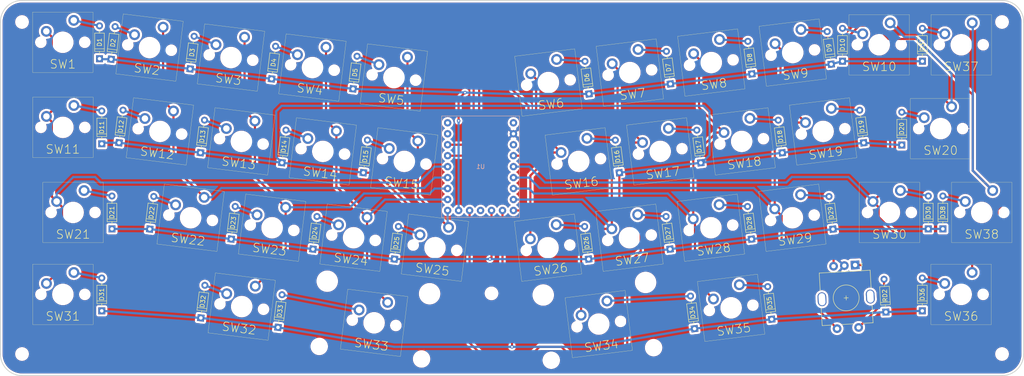
<source format=kicad_pcb>
(kicad_pcb (version 20211014) (generator pcbnew)
  (layers (0 "F.Cu" signal) (31 "B.Cu" signal) (34 "B.Paste" user) (35 "F.Paste" user) (36 "B.SilkS" user "B.Silkscreen") (37 "F.SilkS" user "F.Silkscreen") (38 "B.Mask" user) (39 "F.Mask" user) (44 "Edge.Cuts" user))
  (net 0 "")
  (net 1 "l3")
  (net 2 "Net-(D1-Pad2)")
  (net 3 "Net-(D2-Pad2)")
  (net 4 "Net-(D3-Pad2)")
  (net 5 "Net-(D5-Pad2)")
  (net 6 "Net-(D7-Pad2)")
  (net 7 "Net-(D9-Pad2)")
  (net 8 "Net-(D10-Pad2)")
  (net 9 "l2")
  (net 10 "Net-(D18-Pad2)")
  (net 11 "Net-(D19-Pad2)")
  (net 12 "Net-(D20-Pad2)")
  (net 13 "l0")
  (net 14 "l1")
  (net 15 "Net-(D22-Pad2)")
  (net 16 "Net-(D23-Pad2)")
  (net 17 "Net-(D24-Pad2)")
  (net 18 "Net-(D25-Pad2)")
  (net 19 "Net-(D26-Pad2)")
  (net 20 "Net-(D27-Pad2)")
  (net 21 "Net-(D29-Pad2)")
  (net 22 "Net-(D30-Pad2)")
  (net 23 "Net-(D31-Pad2)")
  (net 24 "Net-(D32-Pad2)")
  (net 25 "Net-(D34-Pad2)")
  (net 26 "Net-(D36-Pad2)")
  (net 27 "GND")
  (net 28 "c0")
  (net 29 "c1")
  (net 30 "c2")
  (net 31 "c3")
  (net 32 "c4")
  (net 33 "c5")
  (net 34 "c6")
  (net 35 "c7")
  (net 36 "c8")
  (net 37 "c9")
  (net 38 "Net-(D11-Pad2)")
  (net 39 "Net-(D12-Pad2)")
  (net 42 "Net-(D21-Pad2)")
  (net 43 "Net-(D4-Pad2)")
  (net 45 "Net-(D6-Pad2)")
  (net 46 "Net-(D8-Pad2)")
  (net 47 "Net-(D13-Pad2)")
  (net 48 "Net-(D14-Pad2)")
  (net 49 "Net-(D15-Pad2)")
  (net 50 "Net-(D16-Pad2)")
  (net 51 "Net-(D17-Pad2)")
  (net 52 "Net-(D28-Pad2)")
  (net 53 "Net-(D33-Pad2)")
  (net 54 "Net-(D35-Pad2)")
  (net 55 "c10")
  (net 58 "Net-(D37-Pad2)")
  (net 59 "Net-(D38-Pad2)")
  (net 60 "Net-(R2-Pad1)")
  (net 61 "Net-(R2-PadB)")
  (net 62 "Net-(R2-PadA)")
  (footprint "keyb-footprints:Diode" (layer "F.Cu") (at 212.56461 91.833436 97)
    (fp_text reference "D18")
    (fp_text value "Diode" hide)
  )
  (footprint "keyb-footprints:MX-5pin" (layer "F.Cu") (at 177.195324 111.526077 7)
    (fp_text reference "SW27")
    (fp_text value "key" hide)
  )
  (footprint "keyb-footprints:Diode" (layer "F.Cu") (at 94.328764 74.697007 83)
    (fp_text reference "D4")
    (fp_text value "Diode" hide)
  )
  (footprint "MountingHole:MountingHole_2.2mm_M2" (layer "F.Cu") (at 263.449025 61.513081)
    (fp_text reference "H5" hide)
    (fp_text value "MountingHole" hide)
  )
  (footprint "keyb-footprints:Diode" (layer "F.Cu") (at 84.983134 111.834881 83)
    (fp_text reference "D23")
    (fp_text value "Diode" hide)
  )
  (footprint "keyb-footprints:MX-5pin" (layer "F.Cu") (at 258.749025 105.666472)
    (fp_text reference "SW38")
    (fp_text value "key" hide)
  )
  (footprint "keyb-footprints:Diode" (layer "F.Cu") (at 113.18714 77.012524 83)
    (fp_text reference "D5")
    (fp_text value "Diode" hide)
  )
  (footprint "MountingHole:MountingHole_2.2mm_M2" (layer "F.Cu") (at 145.25 124.428543)
    (fp_text reference "H4" hide)
    (fp_text value "MountingHole" hide)
  )
  (footprint "keyb-footprints:MX-5pin" (layer "F.Cu") (at 87.416187 127.490057 -7)
    (fp_text reference "SW32")
    (fp_text value "key" hide)
  )
  (footprint "keyb-footprints:Diode" (layer "F.Cu") (at 224.309316 109.534054 97)
    (fp_text reference "D29")
    (fp_text value "Diode" hide)
  )
  (footprint "keyb-footprints:MX-5pin" (layer "F.Cu") (at 203.167372 89.194424 7)
    (fp_text reference "SW18")
    (fp_text value "key" hide)
  )
  (footprint "keyb-footprints:Diode" (layer "F.Cu") (at 244.987696 128.476472 90)
    (fp_text reference "D36")
    (fp_text value "Diode" hide)
  )
  (footprint "keyb-footprints:MX-5pin" (layer "F.Cu") (at 87.332628 89.194424 -7)
    (fp_text reference "SW13")
    (fp_text value "key" hide)
  )
  (footprint "keyb-footprints:Diode" (layer "F.Cu") (at 205.450939 111.849571 97)
    (fp_text reference "D28")
    (fp_text value "Diode" hide)
  )
  (footprint "keyb-footprints:MX-5pin" (layer "F.Cu") (at 253.987696 124.666472)
    (fp_text reference "SW36")
    (fp_text value "key" hide)
  )
  (footprint "keyb-footprints:MX-5pin" (layer "F.Cu") (at 132.163052 113.841595 -7)
    (fp_text reference "SW25")
    (fp_text value "key" hide)
  )
  (footprint "keyb-footprints:Diode" (layer "F.Cu") (at 115.586217 96.449781 83)
    (fp_text reference "D15")
    (fp_text value "Diode" hide)
  )
  (footprint "keyb-footprints:Diode" (layer "F.Cu") (at 223.896602 71.299355 97)
    (fp_text reference "D9")
    (fp_text value "Diode" hide)
  )
  (footprint "keyb-footprints:MX-5pin" (layer "F.Cu") (at 184.308995 91.509942 7)
    (fp_text reference "SW17")
    (fp_text value "key" hide)
  )
  (footprint "keyb-footprints:Diode" (layer "F.Cu") (at 245.011507 70.60196 90)
    (fp_text reference "D37")
    (fp_text value "Diode" hide)
  )
  (footprint "keyb-footprints:MX-5pin" (layer "F.Cu") (at 113.304676 111.526077 -7)
    (fp_text reference "SW24")
    (fp_text value "key" hide)
  )
  (footprint "keyb-footprints:Diode" (layer "F.Cu") (at 226.511507 70.60196 90)
    (fp_text reference "D10")
    (fp_text value "Diode" hide)
  )
  (footprint "MountingHole:MountingHole_2.2mm_M2" (layer "F.Cu") (at 36.550975 61.513081)
    (fp_text reference "H3" hide)
    (fp_text value "MountingHole" hide)
  )
  (footprint "keyb-footprints:MX-5pin" (layer "F.Cu") (at 122.650305 74.388203 -7)
    (fp_text reference "SW5")
    (fp_text value "key" hide)
  )
  (footprint "keyb-footprints:MX-5pin" (layer "F.Cu") (at 214.995637 68.599409 7)
    (fp_text reference "SW9")
    (fp_text value "key" hide)
  )
  (footprint "keyb-footprints:Diode" (layer "F.Cu") (at 205.534498 73.553938 97)
    (fp_text reference "D8")
    (fp_text value "Diode" hide)
  )
  (footprint "keyb-footprints:MX-5pin" (layer "F.Cu") (at 200.726515 127.779497 7)
    (fp_text reference "SW35")
    (fp_text value "key" hide)
  )
  (footprint "keyb-footprints:Diode" (layer "F.Cu") (at 103.907438 114.165089 83)
    (fp_text reference "D24")
    (fp_text value "Diode" hide)
  )
  (footprint "keyb-footprints:Diode" (layer "F.Cu") (at 96.72784 94.134263 83)
    (fp_text reference "D14")
    (fp_text value "Diode" hide)
  )
  (footprint "keyb-footprints:Diode" (layer "F.Cu") (at 75.470387 72.381489 83)
    (fp_text reference "D3")
    (fp_text value "Diode" hide)
  )
  (footprint "keyb-footprints:MX-5pin" (layer "F.Cu") (at 68.474251 86.878907 -7)
    (fp_text reference "SW12")
    (fp_text value "key" hide)
  )
  (footprint "keyb-footprints:Diode" (layer "F.Cu") (at 236.559032 128.757209 93.21)
    (fp_text reference "RD2")
    (fp_text value "Diode" hide)
  )
  (footprint "keyb-footprints:MX-5pin" (layer "F.Cu") (at 103.791928 72.072685 -7)
    (fp_text reference "SW4")
    (fp_text value "key" hide)
  )
  (footprint "keyb-footprints:MX-5pin" (layer "F.Cu") (at 196.13726 70.914927 7)
    (fp_text reference "SW8")
    (fp_text value "key" hide)
  )
  (footprint "keyb-footprints:Diode" (layer "F.Cu") (at 240.237696 90.039216 90)
    (fp_text reference "D20")
    (fp_text value "Diode" hide)
  )
  (footprint "keyb-footprints:MX-5pin" (layer "F.Cu") (at 214.912078 106.895042 7)
    (fp_text reference "SW29")
    (fp_text value "key" hide)
  )
  (footprint "keyb-footprints:Diode" (layer "F.Cu") (at 55.012304 128.476472 90)
    (fp_text reference "D31")
    (fp_text value "Diode" hide)
  )
  (footprint "keyb-footprints:MX-5pin" (layer "F.Cu") (at 75.587922 106.895042 -7)
    (fp_text reference "SW22")
    (fp_text value "key" hide)
  )
  (footprint "keyb-footprints:MX-5pin" (layer "F.Cu") (at 222.025748 86.878907 7)
    (fp_text reference "SW19")
    (fp_text value "key" hide)
  )
  (footprint "keyb-footprints:MX-5pin" (layer "F.Cu") (at 125.049382 93.825459 -7)
    (fp_text reference "SW15")
    (fp_text value "key" hide)
  )
  (footprint "keyb-footprints:Diode" (layer "F.Cu") (at 95.818853 132.308027 83)
    (fp_text reference "D33")
    (fp_text value "Diode" hide)
  )
  (footprint "keyb-footprints:MX-5pin" (layer "F.Cu") (at 48.375975 105.666472)
    (fp_text reference "SW21")
    (fp_text value "key" hide)
  )
  (footprint "keyb-footprints:Diode" (layer "F.Cu") (at 249.749025 109.476472 90)
    (fp_text reference "D38")
    (fp_text value "Diode" hide)
  )
  (footprint "keyb-footprints:MX-5pin" (layer "F.Cu") (at 45.988227 66.213081)
    (fp_text reference "SW1")
    (fp_text value "key" hide)
  )
  (footprint "keyb-footprints:Diode" (layer "F.Cu") (at 231.422987 89.517918 97)
    (fp_text reference "D19")
    (fp_text value "Diode" hide)
  )
  (footprint "keyb-footprints:MX-5pin" (layer "F.Cu") (at 106.191005 91.509942 -7)
    (fp_text reference "SW14")
    (fp_text value "key" hide)
  )
  (footprint "keyb-footprints:Diode" (layer "F.Cu") (at 186.592562 114.165089 97)
    (fp_text reference "D27")
    (fp_text value "Diode" hide)
  )
  (footprint "keyb-footprints:MX-5pin" (layer "F.Cu") (at 235.011507 66.79196)
    (fp_text reference "SW10")
    (fp_text value "key" hide)
  )
  (footprint "keyb-footprints:Diode" (layer "F.Cu") (at 54.488227 70.023081 90)
    (fp_text reference "D1")
    (fp_text value "Diode" hide)
  )
  (footprint "keyb-footprints:Diode" (layer "F.Cu") (at 167.734185 116.480606 97)
    (fp_text reference "D26")
    (fp_text value "Diode" hide)
  )
  (footprint "keyb-footprints:MX-5pin" (layer "F.Cu") (at 165.450618 93.825459 7)
    (fp_text reference "SW16")
    (fp_text value "key" hide)
  )
  (footprint "keyb-footprints:MX-5pin" (layer "F.Cu") (at 254.011507 66.79196)
    (fp_text reference "SW37")
    (fp_text value "key" hide)
  )
  (footprint "keyb-footprints:MX-5pin" (layer "F.Cu") (at 177.278883 73.230444 7)
    (fp_text reference "SW7")
    (fp_text value "key" hide)
  )
  (footprint "keyb-footprints:Diode" (layer "F.Cu") (at 66.124757 109.519364 83)
    (fp_text reference "D22")
    (fp_text value "Diode" hide)
  )
  (footprint "keyb-footprints:MX-5pin" (layer "F.Cu") (at 196.053701 109.21056 7)
    (fp_text reference "SW28")
    (fp_text value "key" hide)
  )
  (footprint "keyb-footprints:Diode" (layer "F.Cu") (at 193.706233 94.148953 97)
    (fp_text reference "D17")
    (fp_text value "Diode" hide)
  )
  (footprint "keyb-footprints:MX-5pin_stab_rev" (layer "F.Cu") (at 170.081653 131.542213 7)
    (fp_text reference "SW34")
    (fp_text value "key" hide)
  )
  (footprint "keyb-footprints:Diode" (layer "F.Cu") (at 55.012304 89.749777 90)
    (fp_text reference "D11")
    (fp_text value "Diode" hide)
  )
  (footprint "keyb-footprints:MX-5pin" (layer "F.Cu") (at 249.237696 86.229216)
    (fp_text reference "SW20")
    (fp_text value "key" hide)
  )
  (footprint "keyb-footprints:MX-5pin" (layer "F.Cu") (at 84.933551 69.757168 -7)
    (fp_text reference "SW3")
    (fp_text value "key" hide)
  )
  (footprint "keyb-footprints:Diode" (layer "F.Cu") (at 77.869463 91.818746 83)
    (fp_text reference "D13")
    (fp_text value "Diode" hide)
  )
  (footprint "keyb-footprints:Diode" (layer "F.Cu") (at 210.123754 130.418508 97)
    (fp_text reference "D35")
    (fp_text value "Diode" hide)
  )
  (footprint "keyb-footprints:Diode" (layer "F.Cu") (at 246.374025 109.476472 90)
    (fp_text reference "D30")
    (fp_text value "Diode" hide)
  )
  (footprint "MountingHole:MountingHole_2.2mm_M2" (layer "F.Cu") (at 36.550975 138.486919)
    (fp_text reference "H1" hide)
    (fp_text value "MountingHole" hide)
  )
  (footprint "keyb-footprints:MX-5pin" (layer "F.Cu") (at 66.075174 67.44165 -7)
    (fp_text reference "SW2")
    (fp_text value "key" hide)
  )
  (footprint "keyb-footprints:Diode" (layer "F.Cu") (at 192.257923 132.612157 97)
    (fp_text reference "D34")
    (fp_text value "Diode" hide)
  )
  (footprint "keyb-footprints:MX-5pin" (layer "F.Cu") (at 94.446299 109.21056 -7)
    (fp_text reference "SW23")
    (fp_text value "key" hide)
  )
  (footprint "keyb-footprints:MX-5pin" (layer "F.Cu") (at 46.012304 85.939777)
    (fp_text reference "SW11")
    (fp_text value "key" hide)
  )
  (footprint "keyb-footprints:Diode" (layer "F.Cu") (at 122.765815 116.480606 83)
    (fp_text reference "D25")
    (fp_text value "Diode" hide)
  )
  (footprint "keyb-footprints:Diode" (layer "F.Cu") (at 77.953023 130.114379 83)
    (fp_text reference "D32")
    (fp_text value "Diode" hide)
  )
  (footprint "keyb-footprints:RotaryEncoder_EC11" (layer "F.Cu") (at 227.359806 125.478883 -86.79)
    (fp_text reference "R2")
    (fp_text value "EC11-MX-Alps")
  )
  (footprint "keyb-footprints:MX-5pin" (layer "F.Cu") (at 46.012304 124.666472)
    (fp_text reference "SW31")
    (fp_text value "key" hide)
  )
  (footprint "MountingHole:MountingHole_2.2mm_M2" (layer "F.Cu") (at 263.449025 138.486919)
    (fp_text reference "H2" hide)
    (fp_text value "MountingHole" hide)
  )
  (footprint "keyb-footprints:MX-5pin_stab_rev" (layer "F.Cu") (at 118.061049 131.252773 -7)
    (fp_text reference "SW33")
    (fp_text value "key" hide)
  )
  (footprint "keyb-footprints:Diode" (layer "F.Cu") (at 174.847856 96.464471 97)
    (fp_text reference "D16")
    (fp_text value "Diode" hide)
  )
  (footprint "keyb-footprints:Diode" (layer "F.Cu") (at 57.17421 70.141596 83)
    (fp_text reference "D2")
    (fp_text value "Diode" hide)
  )
  (footprint "keyb-footprints:Diode" (layer "F.Cu") (at 57.375975 109.476472 90)
    (fp_text reference "D21")
    (fp_text value "Diode" hide)
  )
  (footprint "keyb-footprints:MX-5pin" (layer "F.Cu") (at 237.374025 105.666472)
    (fp_text reference "SW30")
    (fp_text value "key" hide)
  )
  (footprint "keyb-footprints:Diode" (layer "F.Cu") (at 167.817744 78.184973 97)
    (fp_text reference "D6")
    (fp_text value "Diode" hide)
  )
  (footprint "keyb-footprints:Diode" (layer "F.Cu") (at 186.676121 75.869456 97)
    (fp_text reference "D7")
    (fp_text value "Diode" hide)
  )
  (footprint "keyb-footprints:MX-5pin" (layer "F.Cu") (at 158.420506 75.545962 7)
    (fp_text reference "SW6")
    (fp_text value "key" hide)
  )
  (footprint "keyb-footprints:Diode" (layer "F.Cu") (at 59.011086 89.503228 83)
    (fp_text reference "D12")
    (fp_text value "Diode" hide)
  )
  (footprint "keyb-footprints:MX-5pin" (layer "F.Cu") (at 158.336947 113.841595 7)
    (fp_text reference "SW26")
    (fp_text value "key" hide)
  )
  (footprint "keyb-footprints:RP2040" (layer "B.Cu") (at 142.71 95.046858 180)
    (fp_text reference "U1")
    (fp_text value "RP2040")
  )
  (gr_line (start 31.550975 138.486919) (end 31.550975 61.513081) (layer "Edge.Cuts") (width 0.2))
  (gr_arc (start 268.449025 138.486919) (mid 266.984554 142.022449) (end 263.449025 143.486919) (layer "Edge.Cuts") (width 0.2))
  (gr_arc (start 31.550975 61.513081) (mid 33.015441 57.977548) (end 36.550975 56.513081) (layer "Edge.Cuts") (width 0.2))
  (gr_arc (start 36.550975 143.486919) (mid 33.015438 142.022455) (end 31.550975 138.486919) (layer "Edge.Cuts") (width 0.2))
  (gr_line (start 263.449025 56.513081) (end 36.550975 56.513081) (layer "Edge.Cuts") (width 0.2))
  (gr_arc (start 263.449025 56.513081) (mid 266.984549 57.977555) (end 268.449025 61.513081) (layer "Edge.Cuts") (width 0.2))
  (gr_line (start 263.449025 143.486919) (end 36.550975 143.486919) (layer "Edge.Cuts") (width 0.2))
  (gr_line (start 268.449025 61.513081) (end 268.449025 138.486919) (layer "Edge.Cuts") (width 0.2))
  (segment (start 137.63 84.43) (end 137.63 79.35) (width 0.5) (layer "F.Cu") (net 1))
  (segment (start 137.63 79.35) (end 139.113164 77.866836) (width 0.5) (layer "F.Cu") (net 1))
  (via (at 139.113164 77.866836) (size 0.8) (drill 0.4) (layers "F.Cu" "B.Cu") (net 1))
  (via (at 137.63 84.43) (size 0.8) (drill 0.4) (layers "F.Cu" "B.Cu") (net 1))
  (segment (start 57.17421 70.141596) (end 54.606742 70.141596) (width 0.5) (layer "B.Cu") (net 1))
  (segment (start 167.817744 78.184973) (end 223.896602 71.299355) (width 0.5) (layer "B.Cu") (net 1))
  (segment (start 148.767744 78.184973) (end 139.113164 77.866836) (width 0.5) (layer "B.Cu") (net 1))
  (segment (start 223.896602 71.299355) (end 226.511507 70.60196) (width 0.5) (layer "B.Cu") (net 1))
  (segment (start 137.63 105.206858) (end 137.63 84.43) (width 0.5) (layer "B.Cu") (net 1))
  (segment (start 54.606742 70.141596) (end 54.488227 70.023081) (width 0.5) (layer "B.Cu") (net 1))
  (segment (start 113.18714 77.012524) (end 57.17421 70.141596) (width 0.5) (layer "B.Cu") (net 1))
  (segment (start 167.817744 78.184973) (end 148.767744 78.184973) (width 0.5) (layer "B.Cu") (net 1))
  (segment (start 139.113164 77.866836) (end 113.18714 77.012524) (width 0.5) (layer "B.Cu") (net 1))
  (segment (start 226.511507 70.60196) (end 245.011507 70.60196) (width 0.5) (layer "B.Cu") (net 1))
  (segment (start 54.488227 62.403081) (end 48.528227 61.133081) (width 0.5) (layer "B.Cu") (net 2))
  (segment (start 62.603121 64.456261) (end 58.102854 62.578394) (width 0.5) (layer "B.Cu") (net 3))
  (segment (start 81.461498 66.771779) (end 76.464958 64.832977) (width 0.5) (layer "B.Cu") (net 4))
  (segment (start 119.178252 71.402814) (end 114.181712 69.464012) (width 0.5) (layer "B.Cu") (net 5))
  (segment (start 185.747477 68.306253) (end 179.180854 67.878761) (width 0.5) (layer "B.Cu") (net 6))
  (segment (start 222.967958 63.736153) (end 216.897608 63.247726) (width 0.5) (layer "B.Cu") (net 7))
  (segment (start 231.201507 64.25196) (end 226.511507 62.98196) (width 0.5) (layer "B.Cu") (net 8))
  (segment (start 161.43 136.83) (end 163.97 139.37) (width 0.5) (layer "F.Cu") (net 9))
  (segment (start 153.81 139.37) (end 156.35 136.83) (width 0.5) (layer "F.Cu") (net 9))
  (segment (start 140.17 105.206858) (end 140.17 110.49) (width 0.5) (layer "F.Cu") (net 9))
  (segment (start 179.795325 114.654675) (end 179.795325 109.700852) (width 0.5) (layer "F.Cu") (net 9))
  (segment (start 118.509781 96.449781) (end 115.586217 96.449781) (width 0.5) (layer "F.Cu") (net 9))
  (segment (start 174.847856 104.753383) (end 174.847856 96.464471) (width 0.5) (layer "F.Cu") (net 9))
  (segment (start 140.17 110.49) (end 139.23 111.43) (width 0.5) (layer "F.Cu") (net 9))
  (segment (start 176.67 136.83) (end 176.67 117.78) (width 0.5) (layer "F.Cu") (net 9))
  (segment (start 156.35 136.83) (end 161.43 136.83) (width 0.5) (layer "F.Cu") (net 9))
  (segment (start 140.17 135.89) (end 143.65 139.37) (width 0.5) (layer "F.Cu") (net 9))
  (segment (start 176.67 117.78) (end 179.795325 114.654675) (width 0.5) (layer "F.Cu") (net 9))
  (segment (start 133.49 111.43) (end 118.509781 96.449781) (width 0.5) (layer "F.Cu") (net 9))
  (segment (start 163.97 139.37) (end 174.13 139.37) (width 0.5) (layer "F.Cu") (net 9))
  (segment (start 143.65 139.37) (end 153.81 139.37) (width 0.5) (layer "F.Cu") (net 9))
  (segment (start 174.13 139.37) (end 176.67 136.83) (width 0.5) (layer "F.Cu") (net 9))
  (segment (start 140.17 110.49) (end 140.17 135.89) (width 0.5) (layer "F.Cu") (net 9))
  (segment (start 179.795325 109.700852) (end 174.847856 104.753383) (width 0.5) (layer "F.Cu") (net 9))
  (segment (start 139.23 111.43) (end 133.49 111.43) (width 0.5) (layer "F.Cu") (net 9))
  (segment (start 96.66 80.95) (end 95.39 82.22) (width 0.5) (layer "B.Cu") (net 9))
  (segment (start 95.39 92.796423) (end 96.72784 94.134263) (width 0.5) (layer "B.Cu") (net 9))
  (segment (start 194.45 80.95) (end 96.66 80.95) (width 0.5) (layer "B.Cu") (net 9))
  (segment (start 174.847856 96.464471) (end 231.422987 89.517918) (width 0.5) (layer "B.Cu") (net 9))
  (segment (start 55.258853 89.503228) (end 55.012304 89.749777) (width 0.5) (layer "B.Cu") (net 9))
  (segment (start 231.422987 89.517918) (end 240.237696 90.039216) (width 0.5) (layer "B.Cu") (net 9))
  (segment (start 95.39 82.22) (end 95.39 92.796423) (width 0.5) (layer "B.Cu") (net 9))
  (segment (start 193.951047 94.148953) (end 195.72 92.38) (width 0.5) (layer "B.Cu") (net 9))
  (segment (start 193.706233 94.148953) (end 193.951047 94.148953) (width 0.5) (layer "B.Cu") (net 9))
  (segment (start 115.586217 96.449781) (end 59.011086 89.503228) (width 0.5) (layer "B.Cu") (net 9))
  (segment (start 195.72 92.38) (end 195.72 82.22) (width 0.5) (layer "B.Cu") (net 9))
  (segment (start 59.011086 89.503228) (end 55.258853 89.503228) (width 0.5) (layer "B.Cu") (net 9))
  (segment (start 195.72 82.22) (end 194.45 80.95) (width 0.5) (layer "B.Cu") (net 9))
  (segment (start 211.635966 84.270234) (end 205.069342 83.842742) (width 0.5) (layer "B.Cu") (net 10))
  (segment (start 230.494343 81.954716) (end 223.927719 81.527224) (width 0.5) (layer "B.Cu") (net 11))
  (segment (start 245.427696 83.689216) (end 240.237696 82.419216) (width 0.5) (layer "B.Cu") (net 12))
  (segment (start 150 122.2) (end 147.79 119.99) (width 0.5) (layer "F.Cu") (net 13))
  (segment (start 150 136.818428) (end 150 122.2) (width 0.5) (layer "F.Cu") (net 13))
  (segment (start 147.79 119.99) (end 147.79 105.206858) (width 0.5) (layer "F.Cu") (net 13))
  (segment (start 149.994214 136.824214) (end 150 136.818428) (width 0.5) (layer "F.Cu") (net 13))
  (via (at 149.994214 136.824214) (size 0.8) (drill 0.4) (layers "F.Cu" "B.Cu") (net 13))
  (segment (start 236.559032 128.757209) (end 244.987696 128.476472) (width 0.5) (layer "B.Cu") (net 13))
  (segment (start 77.953023 130.114379) (end 95.818853 132.308027) (width 0.5) (layer "B.Cu") (net 13))
  (segment (start 167.734185 136.83) (end 149.994214 136.824214) (width 0.5) (layer "B.Cu") (net 13))
  (segment (start 55.012304 128.476472) (end 77.953023 130.114379) (width 0.5) (layer "B.Cu") (net 13))
  (segment (start 210.123754 130.418508) (end 236.559032 128.757209) (width 0.5) (layer "B.Cu") (net 13))
  (segment (start 192.257923 132.612157) (end 210.123754 130.418508) (width 0.5) (layer "B.Cu") (net 13))
  (segment (start 192.257923 132.612157) (end 167.734185 136.83) (width 0.5) (layer "B.Cu") (net 13))
  (segment (start 122.699888 136.815311) (end 95.818853 132.308027) (width 0.5) (layer "B.Cu") (net 13))
  (segment (start 149.994214 136.824214) (end 122.699888 136.815311) (width 0.5) (layer "B.Cu") (net 13))
  (segment (start 145.25 116.106306) (end 145.25 105.206858) (width 0.5) (layer "F.Cu") (net 14))
  (segment (start 144.883153 116.473153) (end 145.25 116.106306) (width 0.5) (layer "F.Cu") (net 14))
  (via (at 144.883153 116.473153) (size 0.8) (drill 0.4) (layers "F.Cu" "B.Cu") (net 14))
  (segment (start 144.890606 116.480606) (end 144.883153 116.473153) (width 0.5) (layer "B.Cu") (net 14))
  (segment (start 167.734185 116.480606) (end 144.890606 116.480606) (width 0.5) (layer "B.Cu") (net 14))
  (segment (start 144.883153 116.473153) (end 144.875917 116.465917) (width 0.5) (layer "B.Cu") (net 14))
  (segment (start 167.734185 116.480606) (end 224.309316 109.534054) (width 0.5) (layer "B.Cu") (net 14))
  (segment (start 122.699888 116.465917) (end 66.124757 109.519364) (width 0.5) (layer "B.Cu") (net 14))
  (segment (start 144.875917 116.465917) (end 122.699888 116.465917) (width 0.5) (layer "B.Cu") (net 14))
  (segment (start 66.124757 109.519364) (end 57.375975 109.476472) (width 0.5) (layer "B.Cu") (net 14))
  (segment (start 224.309316 109.534054) (end 249.749025 109.476472) (width 0.5) (layer "B.Cu") (net 14))
  (segment (start 72.115869 103.909653) (end 67.119329 101.970851) (width 0.5) (layer "B.Cu") (net 15))
  (segment (start 90.974246 106.225171) (end 85.977706 104.286369) (width 0.5) (layer "B.Cu") (net 16))
  (segment (start 109.832623 108.540688) (end 104.836083 106.601886) (width 0.5) (layer "B.Cu") (net 17))
  (segment (start 128.690999 110.856206) (end 123.694459 108.917404) (width 0.5) (layer "B.Cu") (net 18))
  (segment (start 166.805541 108.917404) (end 160.238917 108.489912) (width 0.5) (layer "B.Cu") (net 19))
  (segment (start 185.663918 106.601887) (end 179.097294 106.174395) (width 0.5) (layer "B.Cu") (net 20))
  (segment (start 223.380672 101.970852) (end 216.814048 101.54336) (width 0.5) (layer "B.Cu") (net 21))
  (segment (start 246.374025 101.856472) (end 239.914025 100.586472) (width 0.5) (layer "B.Cu") (net 22))
  (segment (start 55.012304 120.856472) (end 48.552304 119.586472) (width 0.5) (layer "B.Cu") (net 23))
  (segment (start 83.944134 124.504668) (end 78.881667 122.551177) (width 0.5) (layer "B.Cu") (net 24))
  (segment (start 191.329279 125.048955) (end 171.983624 126.19053) (width 0.5) (layer "B.Cu") (net 25))
  (segment (start 250.177696 122.126472) (end 244.987696 120.856472) (width 0.5) (layer "B.Cu") (net 26))
  (segment (start 45.815974 118.512802) (end 42.202304 122.126472) (width 0.5) (layer "F.Cu") (net 28))
  (segment (start 43.428226 64.92308) (end 43.428226 82.173855) (width 0.5) (layer "F.Cu") (net 28))
  (segment (start 43.452303 102.0128) (end 44.565975 103.126472) (width 0.5) (layer "F.Cu") (net 28))
  (segment (start 42.202304 83.399777) (end 43.452303 84.649776) (width 0.5) (layer "F.Cu") (net 28))
  (segment (start 44.565975 103.126472) (end 45.815974 104.376471) (width 0.5) (layer "F.Cu") (net 28))
  (segment (start 42.178227 63.673081) (end 43.428226 64.92308) (width 0.5) (layer "F.Cu") (net 28))
  (segment (start 43.452303 84.649776) (end 43.452303 102.0128) (width 0.5) (layer "F.Cu") (net 28))
  (segment (start 45.815974 104.376471) (end 45.815974 118.512802) (width 0.5) (layer "F.Cu") (net 28))
  (segment (start 43.428226 82.173855) (end 42.202304 83.399777) (width 0.5) (layer "F.Cu") (net 28))
  (segment (start 44.565975 101.294025) (end 44.565975 103.126472) (width 0.5) (layer "B.Cu") (net 28))
  (segment (start 54.75 98.73) (end 53.48 97.46) (width 0.5) (layer "B.Cu") (net 28))
  (segment (start 128.41 98.73) (end 54.75 98.73) (width 0.5) (layer "B.Cu") (net 28))
  (segment (start 53.48 97.46) (end 48.4 97.46) (width 0.5) (layer "B.Cu") (net 28))
  (segment (start 132.093142 95.046858) (end 128.41 98.73) (width 0.5) (layer "B.Cu") (net 28))
  (segment (start 135.09 95.046858) (end 132.093142 95.046858) (width 0.5) (layer "B.Cu") (net 28))
  (segment (start 48.4 97.46) (end 44.565975 101.294025) (width 0.5) (layer "B.Cu") (net 28))
  (segment (start 71.614414 95.048785) (end 78.728085 102.162456) (width 0.5) (layer "F.Cu") (net 29))
  (segment (start 69.215337 79.747244) (end 71.614414 82.146321) (width 0.5) (layer "F.Cu") (net 29))
  (segment (start 71.614414 82.146321) (end 71.614414 95.048785) (width 0.5) (layer "F.Cu") (net 29))
  (segment (start 69.215337 62.709064) (end 69.215337 79.747244) (width 0.5) (layer "F.Cu") (net 29))
  (segment (start 80.527544 102.162456) (end 78.728085 102.162456) (width 0.5) (layer "B.Cu") (net 29))
  (segment (start 82.69 100) (end 80.527544 102.162456) (width 0.5) (layer "B.Cu") (net 29))
  (segment (start 132.093142 97.586858) (end 129.68 100) (width 0.5) (layer "B.Cu") (net 29))
  (segment (start 135.09 97.586858) (end 132.093142 97.586858) (width 0.5) (layer "B.Cu") (net 29))
  (segment (start 129.68 100) (end 82.69 100) (width 0.5) (layer "B.Cu") (net 29))
  (segment (start 88.073714 65.024582) (end 88.073714 82.062761) (width 0.5) (layer "F.Cu") (net 30))
  (segment (start 97.586462 115.727359) (end 90.55635 122.757471) (width 0.5) (layer "F.Cu") (net 30))
  (segment (start 90.472791 84.461838) (end 90.472791 97.364303) (width 0.5) (layer "F.Cu") (net 30))
  (segment (start 97.586462 104.477974) (end 97.586462 115.727359) (width 0.5) (layer "F.Cu") (net 30))
  (segment (start 88.073714 82.062761) (end 90.472791 84.461838) (width 0.5) (layer "F.Cu") (net 30))
  (segment (start 90.472791 97.364303) (end 97.586462 104.477974) (width 0.5) (layer "F.Cu") (net 30))
  (segment (start 135.09 100.126858) (end 132.093142 100.126858) (width 0.5) (layer "B.Cu") (net 30))
  (segment (start 115.71 101.27) (end 112.502026 104.477974) (width 0.5) (layer "B.Cu") (net 30))
  (segment (start 112.502026 104.477974) (end 97.586462 104.477974) (width 0.5) (layer "B.Cu") (net 30))
  (segment (start 130.95 101.27) (end 115.71 101.27) (width 0.5) (layer "B.Cu") (net 30))
  (segment (start 132.093142 100.126858) (end 130.95 101.27) (width 0.5) (layer "B.Cu") (net 30))
  (segment (start 116.444839 121.763814) (end 121.201212 126.520187) (width 0.5) (layer "F.Cu") (net 31))
  (segment (start 116.444839 106.793491) (end 116.444839 121.763814) (width 0.5) (layer "F.Cu") (net 31))
  (segment (start 106.932091 84.378279) (end 109.331168 86.777356) (width 0.5) (layer "F.Cu") (net 31))
  (segment (start 109.331168 86.777356) (end 109.331168 99.67982) (width 0.5) (layer "F.Cu") (net 31))
  (segment (start 109.331168 99.67982) (end 116.444839 106.793491) (width 0.5) (layer "F.Cu") (net 31))
  (segment (start 106.932091 67.340099) (end 106.932091 84.378279) (width 0.5) (layer "F.Cu") (net 31))
  (segment (start 120.571472 102.666858) (end 116.444839 106.793491) (width 0.5) (layer "B.Cu") (net 31))
  (segment (start 135.09 102.666858) (end 120.571472 102.666858) (width 0.5) (layer "B.Cu") (net 31))
  (segment (start 125.790468 69.655617) (end 125.790468 86.693796) (width 0.5) (layer "F.Cu") (net 32))
  (segment (start 128.189545 101.995339) (end 135.303215 109.109009) (width 0.5) (layer "F.Cu") (net 32))
  (segment (start 128.189545 89.092873) (end 128.189545 101.995339) (width 0.5) (layer "F.Cu") (net 32))
  (segment (start 125.790468 86.693796) (end 128.189545 89.092873) (width 0.5) (layer "F.Cu") (net 32))
  (segment (start 135.09 105.206858) (end 135.09 108.895794) (width 0.5) (layer "B.Cu") (net 32))
  (segment (start 135.09 108.895794) (end 135.303215 109.109009) (width 0.5) (layer "B.Cu") (net 32))
  (segment (start 159.591703 91.768714) (end 154.245798 97.114619) (width 0.5) (layer "F.Cu") (net 33))
  (segment (start 155.579356 85.988601) (end 161.359469 91.768714) (width 0.5) (layer "F.Cu") (net 33))
  (segment (start 154.329357 73.489217) (end 155.579356 74.739216) (width 0.5) (layer "F.Cu") (net 33))
  (segment (start 154.245798 105.914202) (end 154.245798 111.78485) (width 0.5) (layer "F.Cu") (net 33))
  (segment (start 154.245798 97.114619) (end 154.245798 105.914202) (width 0.5) (layer "F.Cu") (net 33))
  (segment (start 150.33 105.206858) (end 153.538454 105.206858) (width 0.5) (layer "F.Cu") (net 33))
  (segment (start 155.579356 74.739216) (end 155.579356 85.988601) (width 0.5) (layer "F.Cu") (net 33))
  (segment (start 161.359469 91.768714) (end 159.591703 91.768714) (width 0.5) (layer "F.Cu") (net 33))
  (segment (start 153.538454 105.206858) (end 154.245798 105.914202) (width 0.5) (layer "F.Cu") (net 33))
  (segment (start 178.45008 89.453197) (end 173.104175 94.799102) (width 0.5) (layer "F.Cu") (net 34))
  (segment (start 174.437733 83.673084) (end 180.217846 89.453197) (width 0.5) (layer "F.Cu") (net 34))
  (segment (start 174.437733 72.423698) (end 174.437733 83.673084) (width 0.5) (layer "F.Cu") (net 34))
  (segment (start 173.104175 94.799102) (end 173.104175 109.469332) (width 0.5) (layer "F.Cu") (net 34))
  (segment (start 173.187734 71.173699) (end 174.437733 72.423698) (width 0.5) (layer "F.Cu") (net 34))
  (segment (start 171.336409 109.469332) (end 165.990504 114.815237) (width 0.5) (layer "F.Cu") (net 34))
  (segment (start 180.217846 89.453197) (end 178.45008 89.453197) (width 0.5) (layer "F.Cu") (net 34))
  (segment (start 173.104175 109.469332) (end 171.336409 109.469332) (width 0.5) (layer "F.Cu") (net 34))
  (segment (start 165.990504 114.815237) (end 165.990504 129.485468) (width 0.5) (layer "F.Cu") (net 34))
  (segment (start 150.33 102.666858) (end 166.301701 102.666858) (width 0.5) (layer "B.Cu") (net 34))
  (segment (start 166.301701 102.666858) (end 173.104175 109.469332) (width 0.5) (layer "B.Cu") (net 34))
  (segment (start 192.046111 68.858182) (end 193.29611 70.108181) (width 0.5) (layer "F.Cu") (net 35))
  (segment (start 191.962552 92.483584) (end 191.962552 107.153815) (width 0.5) (layer "F.Cu") (net 35))
  (segment (start 193.29611 70.108181) (end 193.29611 81.357566) (width 0.5) (layer "F.Cu") (net 35))
  (segment (start 191.962552 107.153815) (end 192.361568 107.552831) (width 0.5) (layer "F.Cu") (net 35))
  (segment (start 192.361568 121.448954) (end 196.635366 125.722752) (width 0.5) (layer "F.Cu") (net 35))
  (segment (start 192.361568 107.552831) (end 192.361568 121.448954) (width 0.5) (layer "F.Cu") (net 35))
  (segment (start 193.29611 81.357566) (end 199.076223 87.137679) (width 0.5) (layer "F.Cu") (net 35))
  (segment (start 199.076223 87.137679) (end 197.308457 87.137679) (width 0.5) (layer "F.Cu") (net 35))
  (segment (start 197.308457 87.137679) (end 191.962552 92.483584) (width 0.5) (layer "F.Cu") (net 35))
  (segment (start 155.08 101.27) (end 186.078736 101.27) (width 0.5) (layer "B.Cu") (net 35))
  (segment (start 186.078736 101.27) (end 191.962552 107.153815) (width 0.5) (layer "B.Cu") (net 35))
  (segment (start 153.936858 100.126858) (end 155.08 101.27) (width 0.5) (layer "B.Cu") (net 35))
  (segment (start 150.33 100.126858) (end 153.936858 100.126858) (width 0.5) (layer "B.Cu") (net 35))
  (segment (start 225.255699 132.607889) (end 212.412077 119.764267) (width 0.5) (layer "F.Cu") (net 36))
  (segment (start 216.166833 84.822162) (end 210.820929 90.168066) (width 0.5) (layer "F.Cu") (net 36))
  (segment (start 212.412077 119.764267) (end 212.412077 106.429445) (width 0.5) (layer "F.Cu") (net 36))
  (segment (start 210.904488 66.542664) (end 212.154487 67.792663) (width 0.5) (layer "F.Cu") (net 36))
  (segment (start 212.154487 67.792663) (end 212.154487 79.04205) (width 0.5) (layer "F.Cu") (net 36))
  (segment (start 212.154487 79.04205) (end 217.934599 84.822162) (width 0.5) (layer "F.Cu") (net 36))
  (segment (start 212.412077 106.429445) (end 210.820929 104.838297) (width 0.5) (layer "F.Cu") (net 36))
  (segment (start 210.820929 90.168066) (end 210.820929 104.838297) (width 0.5) (layer "F.Cu") (net 36))
  (segment (start 217.934599 84.822162) (end 216.166833 84.822162) (width 0.5) (layer "F.Cu") (net 36))
  (segment (start 150.33 97.586858) (end 153.936858 97.586858) (width 0.5) (layer "B.Cu") (net 36))
  (segment (start 153.936858 97.586858) (end 156.35 100) (width 0.5) (layer "B.Cu") (net 36))
  (segment (start 205.982632 100) (end 210.820929 104.838297) (width 0.5) (layer "B.Cu") (net 36))
  (segment (start 156.35 100) (end 205.982632 100) (width 0.5) (layer "B.Cu") (net 36))
  (segment (start 237.551507 99.13899) (end 233.564025 103.126472) (width 0.5) (layer "F.Cu") (net 37))
  (segment (start 242.142018 113.97) (end 234.874024 106.702007) (width 0.5) (layer "F.Cu") (net 37))
  (segment (start 252.87 113.97) (end 242.142018 113.97) (width 0.5) (layer "F.Cu") (net 37))
  (segment (start 240.17 78.41) (end 237.551507 81.028493) (width 0.5) (layer "F.Cu") (net 37))
  (segment (start 251.777696 81.149216) (end 249.03848 78.41) (width 0.5) (layer "F.Cu") (net 37))
  (segment (start 234.874024 106.702007) (end 234.874024 104.436471) (width 0.5) (layer "F.Cu") (net 37))
  (segment (start 249.03848 78.41) (end 240.17 78.41) (width 0.5) (layer "F.Cu") (net 37))
  (segment (start 234.874024 104.436471) (end 233.564025 103.126472) (width 0.5) (layer "F.Cu") (net 37))
  (segment (start 256.527696 119.586472) (end 256.527696 117.627696) (width 0.5) (layer "F.Cu") (net 37))
  (segment (start 256.527696 117.627696) (end 252.87 113.97) (width 0.5) (layer "F.Cu") (net 37))
  (segment (start 237.551507 81.028493) (end 237.551507 99.13899) (width 0.5) (layer "F.Cu") (net 37))
  (segment (start 150.33 95.046858) (end 153.936858 95.046858) (width 0.5) (layer "B.Cu") (net 37))
  (segment (start 243.290227 65.020227) (end 251.777696 73.507696) (width 0.5) (layer "B.Cu") (net 37))
  (segment (start 227.897553 97.46) (end 233.564025 103.126472) (width 0.5) (layer "B.Cu") (net 37))
  (segment (start 240.859773 65.020227) (end 243.290227 65.020227) (width 0.5) (layer "B.Cu") (net 37))
  (segment (start 157.62 98.73) (end 213.5 98.73) (width 0.5) (layer "B.Cu") (net 37))
  (segment (start 251.777696 73.507696) (end 251.777696 81.149216) (width 0.5) (layer "B.Cu") (net 37))
  (segment (start 237.551507 61.71196) (end 240.859773 65.020227) (width 0.5) (layer "B.Cu") (net 37))
  (segment (start 214.77 97.46) (end 227.897553 97.46) (width 0.5) (layer "B.Cu") (net 37))
  (segment (start 153.936858 95.046858) (end 157.62 98.73) (width 0.5) (layer "B.Cu") (net 37))
  (segment (start 213.5 98.73) (end 214.77 97.46) (width 0.5) (layer "B.Cu") (net 37))
  (segment (start 55.012304 82.129777) (end 48.552304 80.859777) (width 0.5) (layer "B.Cu") (net 38))
  (segment (start 65.002198 83.893518) (end 60.005658 81.954716) (width 0.5) (layer "B.Cu") (net 39))
  (segment (start 57.375975 101.856472) (end 50.915975 100.586472) (width 0.5) (layer "B.Cu") (net 42))
  (segment (start 100.319875 69.087296) (end 95.323335 67.148494) (width 0.5) (layer "B.Cu") (net 43))
  (segment (start 166.8891 70.621771) (end 160.322477 70.194279) (width 0.5) (layer "B.Cu") (net 45))
  (segment (start 204.605854 65.990736) (end 198.039231 65.563244) (width 0.5) (layer "B.Cu") (net 46))
  (segment (start 83.860575 86.209035) (end 78.864035 84.270233) (width 0.5) (layer "B.Cu") (net 47))
  (segment (start 102.718952 88.524553) (end 97.722412 86.585751) (width 0.5) (layer "B.Cu") (net 48))
  (segment (start 121.577329 90.84007) (end 116.580789 88.901268) (width 0.5) (layer "B.Cu") (net 49))
  (segment (start 173.919212 88.901269) (end 167.352588 88.473777) (width 0.5) (layer "B.Cu") (net 50))
  (segment (start 192.777589 86.585751) (end 186.210965 86.158259) (width 0.5) (layer "B.Cu") (net 51))
  (segment (start 204.522295 104.286369) (end 197.955671 103.858877) (width 0.5) (layer "B.Cu") (net 52))
  (segment (start 114.588996 128.267384) (end 96.747497 124.744825) (width 0.5) (layer "B.Cu") (net 53))
  (segment (start 209.19511 122.855306) (end 202.628486 122.427814) (width 0.5) (layer "B.Cu") (net 54))
  (segment (start 214.246153 65.186153) (end 210.96 61.9) (width 0.5) (layer "F.Cu") (net 55))
  (segment (start 150.33 92.506858) (end 152.413142 92.506858) (width 0.5) (layer "F.Cu") (net 55))
  (segment (start 256.68 95.977446) (end 258.056277 97.353723) (width 0.5) (layer "F.Cu") (net 55))
  (segment (start 237.197042 65.441959) (end 243.711959 65.441959) (width 0.5) (layer "F.Cu") (net 55))
  (segment (start 256.68 78.41) (end 256.68 95.977446) (width 0.5) (layer "F.Cu") (net 55))
  (segment (start 175.4 66.98) (end 177.94 64.44) (width 0.5) (layer "F.Cu") (net 55))
  (segment (start 261.289025 100.586472) (end 256.68 95.977447) (width 0.5) (layer "F.Cu") (net 55))
  (segment (start 234.107043 62.35196) (end 230.414501 62.35196) (width 0.5) (layer "F.Cu") (net 55))
  (segment (start 258.056277 97.353723) (end 261.289025 100.586472) (width 0.5) (layer "F.Cu") (net 55))
  (segment (start 243.711959 65.441959) (end 256.68 78.41) (width 0.5) (layer "F.Cu") (net 55))
  (segment (start 153.81 80.95) (end 150 77.14) (width 0.5) (layer "F.Cu") (net 55))
  (segment (start 177.94 64.44) (end 194.45 64.44) (width 0.5) (layer "F.Cu") (net 55))
  (segment (start 227.580308 65.186153) (end 214.246153 65.186153) (width 0.5) (layer "F.Cu") (net 55))
  (segment (start 237.197042 65.441959) (end 234.107043 62.35196) (width 0.5) (layer "F.Cu") (net 55))
  (segment (start 196.99 61.9) (end 210.96 61.9) (width 0.5) (layer "F.Cu") (net 55))
  (segment (start 150 77.14) (end 150 72.06) (width 0.5) (layer "F.Cu") (net 55))
  (segment (start 194.45 64.44) (end 196.99 61.9) (width 0.5) (layer "F.Cu") (net 55))
  (segment (start 152.413142 92.506858) (end 153.81 91.11) (width 0.5) (layer "F.Cu") (net 55))
  (segment (start 230.414501 62.35196) (end 227.580308 65.186153) (width 0.5) (layer "F.Cu") (net 55))
  (segment (start 153.81 91.11) (end 153.81 80.95) (width 0.5) (layer "F.Cu") (net 55))
  (segment (start 155.08 66.98) (end 175.4 66.98) (width 0.5) (layer "F.Cu") (net 55))
  (segment (start 150 72.06) (end 155.08 66.98) (width 0.5) (layer "F.Cu") (net 55))
  (segment (start 256.68 95.977447) (end 261.289025 100.586472) (width 0.5) (layer "B.Cu") (net 55))
  (segment (start 256.551507 61.71196) (end 256.68 61.840453) (width 0.5) (layer "B.Cu") (net 55))
  (segment (start 256.68 61.840453) (end 256.68 95.977447) (width 0.5) (layer "B.Cu") (net 55))
  (segment (start 250.201507 64.25196) (end 245.011507 62.98196) (width 0.5) (layer "B.Cu") (net 58))
  (segment (start 254.939025 103.126472) (end 249.749025 101.856472) (width 0.5) (layer "B.Cu") (net 59))
  (segment (start 236.132344 126.443421) (end 236.132344 121.149165) (width 0.5) (layer "F.Cu") (net 60))
  (segment (start 230.247854 132.327911) (end 236.132344 126.443421) (width 0.5) (layer "F.Cu") (net 60))
  (segment (start 238.9 113.97) (end 226.2 113.97) (width 0.5) (layer "F.Cu") (net 61))
  (segment (start 264.3 68.18766) (end 264.3 103.144885) (width 0.5) (layer "F.Cu") (net 61))
  (segment (start 226.2 113.97) (end 224.44376 115.72624) (width 0.5) (layer "F.Cu") (net 61))
  (segment (start 241.44 116.51) (end 238.9 113.97) (width 0.5) (layer "F.Cu") (net 61))
  (segment (start 259.22 60.63) (end 259.22 63.107659) (width 0.5) (layer "F.Cu") (net 61))
  (segment (start 259.22 63.107659) (end 264.3 68.18766) (width 0.5) (layer "F.Cu") (net 61))
  (segment (start 259.22 122.86) (end 256.68 122.86) (width 0.5) (layer "F.Cu") (net 61))
  (segment (start 140.983142 92.506858) (end 142.38 91.11) (width 0.5) (layer "F.Cu") (net 61))
  (segment (start 146.19 59.36) (end 257.95 59.36) (width 0.5) (layer "F.Cu") (net 61))
  (segment (start 142.38 91.11) (end 142.38 63.17) (width 0.5) (layer "F.Cu") (net 61))
  (segment (start 256.68 122.86) (end 255.41 121.59) (width 0.5) (layer "F.Cu") (net 61))
  (segment (start 257.95 59.36) (end 259.22 60.63) (width 0.5) (layer "F.Cu") (net 61))
  (segment (start 135.09 92.506858) (end 140.983142 92.506858) (width 0.5) (layer "F.Cu") (net 61))
  (segment (start 255.41 121.59) (end 252.87 121.59) (width 0.5) (layer "F.Cu") (net 61))
  (segment (start 224.44376 115.72624) (end 224.44376 118.13064) (width 0.5) (layer "F.Cu") (net 61))
  (segment (start 247.79 116.51) (end 241.44 116.51) (width 0.5) (layer "F.Cu") (net 61))
  (segment (start 262.379024 105.065861) (end 262.379024 119.700976) (width 0.5) (layer "F.Cu") (net 61))
  (segment (start 252.87 121.59) (end 247.79 116.51) (width 0.5) (layer "F.Cu") (net 61))
  (segment (start 264.3 103.144885) (end 262.379024 105.065861) (width 0.5) (layer "F.Cu") (net 61))
  (segment (start 262.379024 119.700976) (end 259.22 122.86) (width 0.5) (layer "F.Cu") (net 61))
  (segment (start 142.38 63.17) (end 146.19 59.36) (width 0.5) (layer "F.Cu") (net 61))
  (segment (start 249.06 129.21) (end 237.700661 117.850661) (width 0.5) (layer "F.Cu") (net 62))
  (segment (start 135.09 89.966858) (end 139.713142 89.966858) (width 0.5) (layer "F.Cu") (net 62))
  (segment (start 259.39 58.26) (end 260.663988 59.533988) (width 0.5) (layer "F.Cu") (net 62))
  (segment (start 141.11 61.9) (end 144.75 58.26) (width 0.5) (layer "F.Cu") (net 62))
  (segment (start 265.57 127.94) (end 264.3 129.21) (width 0.5) (layer "F.Cu") (net 62))
  (segment (start 144.75 58.26) (end 259.39 58.26) (width 0.5) (layer "F.Cu") (net 62))
  (segment (start 139.713142 89.966858) (end 141.11 88.57) (width 0.5) (layer "F.Cu") (net 62))
  (segment (start 265.57 67.902025) (end 265.57 127.94) (width 0.5) (layer "F.Cu") (net 62))
  (segment (start 260.663988 59.533988) (end 260.663988 62.996012) (width 0.5) (layer "F.Cu") (net 62))
  (segment (start 264.3 129.21) (end 249.06 129.21) (width 0.5) (layer "F.Cu") (net 62))
  (segment (start 237.700661 117.850661) (end 229.435915 117.850661) (width 0.5) (layer "F.Cu") (net 62))
  (segment (start 141.11 88.57) (end 141.11 61.9) (width 0.5) (layer "F.Cu") (net 62))
  (segment (start 260.663988 62.996012) (end 265.57 67.902025) (width 0.5) (layer "F.Cu") (net 62))
  (zone (net 27) (net_name "GND") (layers F&B.Cu) (connect_pads (clearance 0.508)) (min_thickness 0.254) (fill yes (thermal_gap 0.508) (thermal_bridge_width 0.508))
    (polygon (pts (arc (start 36.550975 56.513081) (mid 33.015441 57.977548) (end 31.550975 61.513081)) (arc (start 31.550975 138.486919) (mid 33.015438 142.022455) (end 36.550975 143.486919)) (arc (start 263.449025 143.486919) (mid 266.984554 142.022449) (end 268.449025 138.486919)) (arc (start 268.449025 61.513081) (mid 266.984549 57.977555) (end 263.449025 56.513081))))
  )
)
</source>
